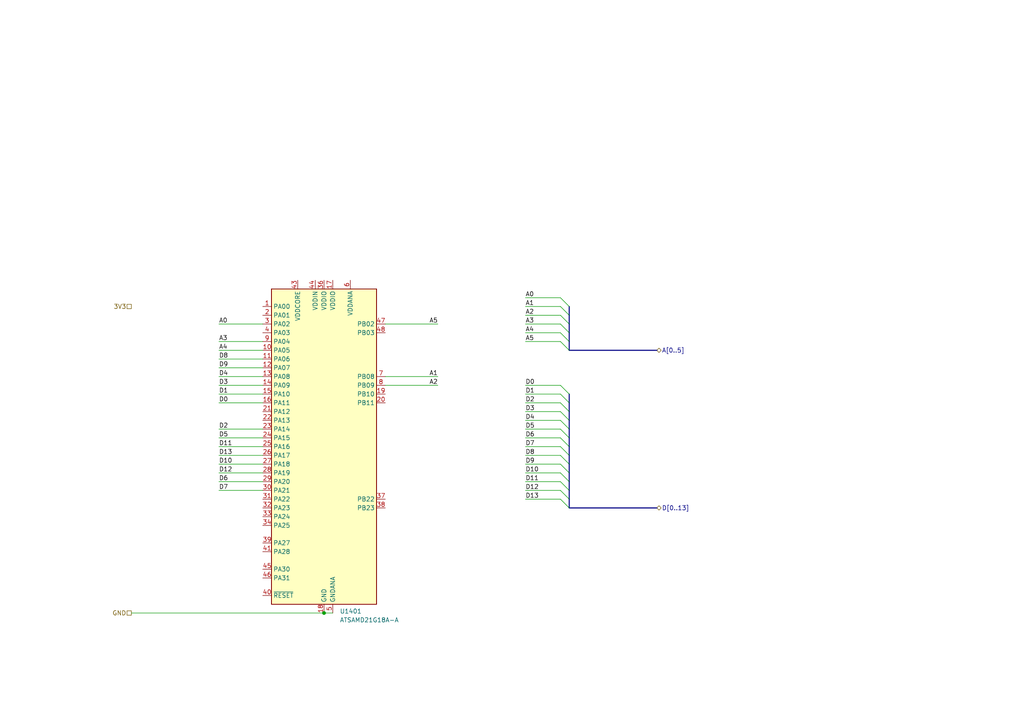
<source format=kicad_sch>
(kicad_sch (version 20211123) (generator eeschema)
  (paper "A4")
  (lib_symbols
    (symbol "MCU_Microchip_SAMD:ATSAMD21G18A-A"
      (property "Reference" "U" (at -13.97 46.99 0))
      (property "Value" "ATSAMD21G18A-A" (at 16.51 46.99 0))
      (symbol "ATSAMD21G18A-A_0_1"
        (rectangle (start -15.24 45.72) (end 15.24 -45.72) (stroke (width 0.254)) (fill (type background)))
      )
      (symbol "ATSAMD21G18A-A_1_1"
        (pin bidirectional line (at -17.78 40.64 0) (length 2.54) (name "PA00") (number "1"))
        (pin bidirectional line (at -17.78 27.94 0) (length 2.54) (name "PA05") (number "10"))
        (pin bidirectional line (at -17.78 25.4 0) (length 2.54) (name "PA06") (number "11"))
        (pin bidirectional line (at -17.78 22.86 0) (length 2.54) (name "PA07") (number "12"))
        (pin bidirectional line (at -17.78 20.32 0) (length 2.54) (name "PA08") (number "13"))
        (pin bidirectional line (at -17.78 17.78 0) (length 2.54) (name "PA09") (number "14"))
        (pin bidirectional line (at -17.78 15.24 0) (length 2.54) (name "PA10") (number "15"))
        (pin bidirectional line (at -17.78 12.7 0) (length 2.54) (name "PA11") (number "16"))
        (pin power_in line (at 2.54 48.26 270) (length 2.54) (name "VDDIO") (number "17"))
        (pin power_in line (at 0 -48.26 90) (length 2.54) (name "GND") (number "18"))
        (pin bidirectional line (at 17.78 15.24 180) (length 2.54) (name "PB10") (number "19"))
        (pin bidirectional line (at -17.78 38.1 0) (length 2.54) (name "PA01") (number "2"))
        (pin bidirectional line (at 17.78 12.7 180) (length 2.54) (name "PB11") (number "20"))
        (pin bidirectional line (at -17.78 10.16 0) (length 2.54) (name "PA12") (number "21"))
        (pin bidirectional line (at -17.78 7.62 0) (length 2.54) (name "PA13") (number "22"))
        (pin bidirectional line (at -17.78 5.08 0) (length 2.54) (name "PA14") (number "23"))
        (pin bidirectional line (at -17.78 2.54 0) (length 2.54) (name "PA15") (number "24"))
        (pin bidirectional line (at -17.78 0 0) (length 2.54) (name "PA16") (number "25"))
        (pin bidirectional line (at -17.78 -2.54 0) (length 2.54) (name "PA17") (number "26"))
        (pin bidirectional line (at -17.78 -5.08 0) (length 2.54) (name "PA18") (number "27"))
        (pin bidirectional line (at -17.78 -7.62 0) (length 2.54) (name "PA19") (number "28"))
        (pin bidirectional line (at -17.78 -10.16 0) (length 2.54) (name "PA20") (number "29"))
        (pin bidirectional line (at -17.78 35.56 0) (length 2.54) (name "PA02") (number "3"))
        (pin bidirectional line (at -17.78 -12.7 0) (length 2.54) (name "PA21") (number "30"))
        (pin bidirectional line (at -17.78 -15.24 0) (length 2.54) (name "PA22") (number "31"))
        (pin bidirectional line (at -17.78 -17.78 0) (length 2.54) (name "PA23") (number "32"))
        (pin bidirectional line (at -17.78 -20.32 0) (length 2.54) (name "PA24") (number "33"))
        (pin bidirectional line (at -17.78 -22.86 0) (length 2.54) (name "PA25") (number "34"))
        (pin passive line (at 0 -48.26 90) (length 2.54) hide (name "GND") (number "35"))
        (pin power_in line (at 0 48.26 270) (length 2.54) (name "VDDIO") (number "36"))
        (pin bidirectional line (at 17.78 -15.24 180) (length 2.54) (name "PB22") (number "37"))
        (pin bidirectional line (at 17.78 -17.78 180) (length 2.54) (name "PB23") (number "38"))
        (pin bidirectional line (at -17.78 -27.94 0) (length 2.54) (name "PA27") (number "39"))
        (pin bidirectional line (at -17.78 33.02 0) (length 2.54) (name "PA03") (number "4"))
        (pin input line (at -17.78 -43.18 0) (length 2.54) (name "~{RESET}") (number "40"))
        (pin bidirectional line (at -17.78 -30.48 0) (length 2.54) (name "PA28") (number "41"))
        (pin passive line (at 0 -48.26 90) (length 2.54) hide (name "GND") (number "42"))
        (pin power_out line (at -7.62 48.26 270) (length 2.54) (name "VDDCORE") (number "43"))
        (pin power_in line (at -2.54 48.26 270) (length 2.54) (name "VDDIN") (number "44"))
        (pin bidirectional line (at -17.78 -35.56 0) (length 2.54) (name "PA30") (number "45"))
        (pin bidirectional line (at -17.78 -38.1 0) (length 2.54) (name "PA31") (number "46"))
        (pin bidirectional line (at 17.78 35.56 180) (length 2.54) (name "PB02") (number "47"))
        (pin bidirectional line (at 17.78 33.02 180) (length 2.54) (name "PB03") (number "48"))
        (pin power_in line (at 2.54 -48.26 90) (length 2.54) (name "GNDANA") (number "5"))
        (pin power_in line (at 7.62 48.26 270) (length 2.54) (name "VDDANA") (number "6"))
        (pin bidirectional line (at 17.78 20.32 180) (length 2.54) (name "PB08") (number "7"))
        (pin bidirectional line (at 17.78 17.78 180) (length 2.54) (name "PB09") (number "8"))
        (pin bidirectional line (at -17.78 30.48 0) (length 2.54) (name "PA04") (number "9"))
      )
    )
  )
  (junction (at 93.98 177.8))
  (bus_entry (at 162.56 129.54) (size 2.54 2.54))
  (bus_entry (at 162.56 142.24) (size 2.54 2.54))
  (bus_entry (at 162.56 116.84) (size 2.54 2.54))
  (bus_entry (at 162.56 139.7) (size 2.54 2.54))
  (bus_entry (at 162.56 119.38) (size 2.54 2.54))
  (bus_entry (at 165.1 96.52) (size -2.54 -2.54))
  (bus_entry (at 165.1 99.06) (size -2.54 -2.54))
  (bus_entry (at 165.1 101.6) (size -2.54 -2.54))
  (bus_entry (at 165.1 91.44) (size -2.54 -2.54))
  (bus_entry (at 165.1 93.98) (size -2.54 -2.54))
  (bus_entry (at 165.1 88.9) (size -2.54 -2.54))
  (bus_entry (at 162.56 137.16) (size 2.54 2.54))
  (bus_entry (at 162.56 144.78) (size 2.54 2.54))
  (bus_entry (at 162.56 114.3) (size 2.54 2.54))
  (bus_entry (at 162.56 134.62) (size 2.54 2.54))
  (bus_entry (at 162.56 127) (size 2.54 2.54))
  (bus_entry (at 162.56 124.46) (size 2.54 2.54))
  (bus_entry (at 162.56 111.76) (size 2.54 2.54))
  (bus_entry (at 162.56 132.08) (size 2.54 2.54))
  (bus_entry (at 162.56 121.92) (size 2.54 2.54))
  (wire (pts (xy 152.4 144.78) (xy 162.56 144.78)))
  (bus (pts (xy 165.1 93.98) (xy 165.1 96.52)))
  (bus (pts (xy 165.1 129.54) (xy 165.1 132.08)))
  (wire (pts (xy 63.5 134.62) (xy 76.2 134.62)))
  (wire (pts (xy 152.4 124.46) (xy 162.56 124.46)))
  (wire (pts (xy 152.4 139.7) (xy 162.56 139.7)))
  (bus (pts (xy 165.1 134.62) (xy 165.1 137.16)))
  (wire (pts (xy 111.76 111.76) (xy 127 111.76)))
  (wire (pts (xy 152.4 96.52) (xy 162.56 96.52)))
  (wire (pts (xy 111.76 109.22) (xy 127 109.22)))
  (wire (pts (xy 63.5 99.06) (xy 76.2 99.06)))
  (wire (pts (xy 152.4 134.62) (xy 162.56 134.62)))
  (wire (pts (xy 152.4 116.84) (xy 162.56 116.84)))
  (wire (pts (xy 152.4 99.06) (xy 162.56 99.06)))
  (wire (pts (xy 63.5 114.3) (xy 76.2 114.3)))
  (bus (pts (xy 165.1 88.9) (xy 165.1 91.44)))
  (wire (pts (xy 63.5 109.22) (xy 76.2 109.22)))
  (wire (pts (xy 152.4 137.16) (xy 162.56 137.16)))
  (wire (pts (xy 63.5 111.76) (xy 76.2 111.76)))
  (bus (pts (xy 165.1 96.52) (xy 165.1 99.06)))
  (wire (pts (xy 111.76 93.98) (xy 127 93.98)))
  (bus (pts (xy 165.1 124.46) (xy 165.1 127)))
  (bus (pts (xy 165.1 127) (xy 165.1 129.54)))
  (wire (pts (xy 63.5 101.6) (xy 76.2 101.6)))
  (bus (pts (xy 165.1 114.3) (xy 165.1 116.84)))
  (bus (pts (xy 165.1 137.16) (xy 165.1 139.7)))
  (bus (pts (xy 165.1 91.44) (xy 165.1 93.98)))
  (wire (pts (xy 152.4 111.76) (xy 162.56 111.76)))
  (wire (pts (xy 63.5 106.68) (xy 76.2 106.68)))
  (wire (pts (xy 152.4 142.24) (xy 162.56 142.24)))
  (wire (pts (xy 63.5 127) (xy 76.2 127)))
  (wire (pts (xy 63.5 142.24) (xy 76.2 142.24)))
  (wire (pts (xy 93.98 177.8) (xy 96.52 177.8)))
  (wire (pts (xy 152.4 127) (xy 162.56 127)))
  (bus (pts (xy 165.1 121.92) (xy 165.1 124.46)))
  (wire (pts (xy 63.5 93.98) (xy 76.2 93.98)))
  (wire (pts (xy 63.5 139.7) (xy 76.2 139.7)))
  (wire (pts (xy 152.4 86.36) (xy 162.56 86.36)))
  (wire (pts (xy 63.5 132.08) (xy 76.2 132.08)))
  (bus (pts (xy 165.1 147.32) (xy 190.5 147.32)))
  (bus (pts (xy 165.1 99.06) (xy 165.1 101.6)))
  (wire (pts (xy 152.4 88.9) (xy 162.56 88.9)))
  (wire (pts (xy 63.5 124.46) (xy 76.2 124.46)))
  (wire (pts (xy 152.4 132.08) (xy 162.56 132.08)))
  (wire (pts (xy 63.5 116.84) (xy 76.2 116.84)))
  (wire (pts (xy 152.4 91.44) (xy 162.56 91.44)))
  (bus (pts (xy 165.1 132.08) (xy 165.1 134.62)))
  (wire (pts (xy 63.5 129.54) (xy 76.2 129.54)))
  (bus (pts (xy 165.1 116.84) (xy 165.1 119.38)))
  (wire (pts (xy 152.4 93.98) (xy 162.56 93.98)))
  (wire (pts (xy 152.4 114.3) (xy 162.56 114.3)))
  (bus (pts (xy 165.1 144.78) (xy 165.1 147.32)))
  (wire (pts (xy 152.4 121.92) (xy 162.56 121.92)))
  (wire (pts (xy 63.5 104.14) (xy 76.2 104.14)))
  (wire (pts (xy 63.5 137.16) (xy 76.2 137.16)))
  (bus (pts (xy 165.1 101.6) (xy 190.5 101.6)))
  (wire (pts (xy 152.4 119.38) (xy 162.56 119.38)))
  (bus (pts (xy 165.1 119.38) (xy 165.1 121.92)))
  (wire (pts (xy 38.1 177.8) (xy 93.98 177.8)))
  (wire (pts (xy 152.4 129.54) (xy 162.56 129.54)))
  (bus (pts (xy 165.1 142.24) (xy 165.1 144.78)))
  (bus (pts (xy 165.1 139.7) (xy 165.1 142.24)))
  (label "D5" (at 63.5 127 0))
  (label "D9" (at 63.5 106.68 0))
  (label "D13" (at 152.4 144.78 0))
  (label "D6" (at 63.5 139.7 0))
  (label "A1" (at 127 109.22 180))
  (label "D13" (at 63.5 132.08 0))
  (label "D10" (at 152.4 137.16 0))
  (label "D7" (at 152.4 129.54 0))
  (label "A3" (at 152.4 93.98 0))
  (label "A2" (at 152.4 91.44 0))
  (label "D10" (at 63.5 134.62 0))
  (label "D5" (at 152.4 124.46 0))
  (label "D8" (at 63.5 104.14 0))
  (label "D9" (at 152.4 134.62 0))
  (label "A5" (at 127 93.98 180))
  (label "D11" (at 63.5 129.54 0))
  (label "D1" (at 152.4 114.3 0))
  (label "A1" (at 152.4 88.9 0))
  (label "D8" (at 152.4 132.08 0))
  (label "D11" (at 152.4 139.7 0))
  (label "A4" (at 152.4 96.52 0))
  (label "D0" (at 152.4 111.76 0))
  (label "D1" (at 63.5 114.3 0))
  (label "D2" (at 152.4 116.84 0))
  (label "D4" (at 152.4 121.92 0))
  (label "D3" (at 152.4 119.38 0))
  (label "A2" (at 127 111.76 180))
  (label "A5" (at 152.4 99.06 0))
  (label "D4" (at 63.5 109.22 0))
  (label "D12" (at 152.4 142.24 0))
  (label "A0" (at 63.5 93.98 0))
  (label "A0" (at 152.4 86.36 0))
  (label "A4" (at 63.5 101.6 0))
  (label "D6" (at 152.4 127 0))
  (label "D3" (at 63.5 111.76 0))
  (label "A3" (at 63.5 99.06 0))
  (label "D2" (at 63.5 124.46 0))
  (label "D12" (at 63.5 137.16 0))
  (label "D0" (at 63.5 116.84 0))
  (label "D7" (at 63.5 142.24 0))
  (hierarchical_label "GND" (shape passive) (at 38.1 177.8 180))
  (hierarchical_label "D[0..13]" (shape bidirectional) (at 190.5 147.32 0))
  (hierarchical_label "3V3" (shape passive) (at 38.1 88.9 180))
  (hierarchical_label "A[0..5]" (shape bidirectional) (at 190.5 101.6 0))
  (symbol (lib_id "MCU_Microchip_SAMD:ATSAMD21G18A-A") (at 93.98 129.54 0) (unit 1)
    (property "Reference" "U1401" (at 98.5394 177.2904 0) (effects (justify left)))
    (property "Value" "ATSAMD21G18A-A" (at 98.5394 179.8273 0) (effects (justify left)))
    (property "Footprint" "Package_QFP:TQFP-48_7x7mm_P0.5mm" (effects hide))
    (property "Datasheet" "http://ww1.microchip.com/downloads/en/DeviceDoc/SAM_D21_DA1_Family_Data%20Sheet_DS40001882E.pdf" (effects hide))
  )
)
</source>
